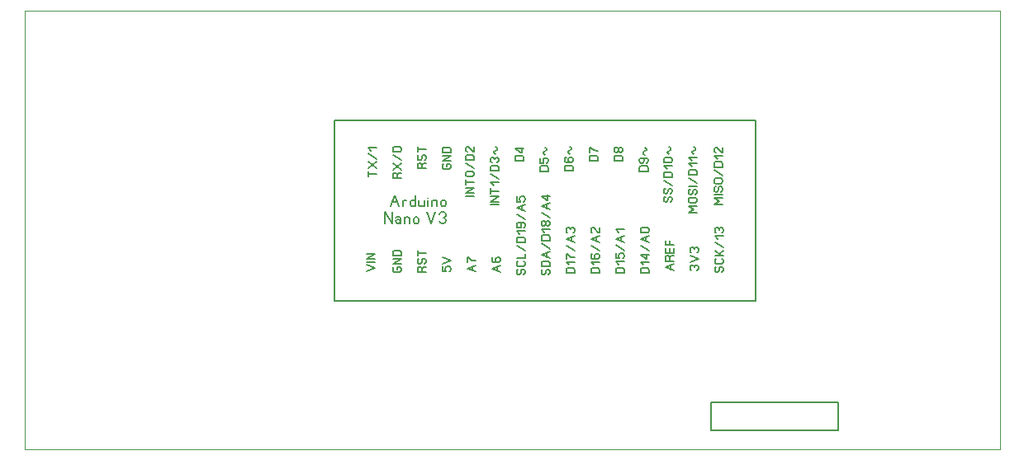
<source format=gbr>
%FSLAX34Y34*%
%MOMM*%
%LNSILK_BOTTOM_*%
G71*
G01*
%ADD10C, 0.00*%
%ADD11C, 0.20*%
%ADD12C, 0.16*%
%ADD13C, 0.21*%
%LPD*%
G54D10*
X331Y434D02*
X-999669Y434D01*
X-999669Y-449566D01*
X331Y-449566D01*
X331Y434D01*
G54D11*
X-179453Y-401872D02*
X-165166Y-401872D01*
X-165166Y-430447D01*
X-295341Y-430447D01*
X-295341Y-401872D01*
X-179453Y-401872D01*
G54D11*
X-681897Y-111757D02*
X-681897Y-297156D01*
X-250097Y-297156D01*
X-250097Y-111757D01*
X-681897Y-111757D01*
G54D12*
X-638590Y-167059D02*
X-647478Y-167059D01*
G54D12*
X-647478Y-169726D02*
X-647478Y-164393D01*
G54D12*
X-647478Y-161282D02*
X-638590Y-154615D01*
G54D12*
X-638590Y-161282D02*
X-647478Y-154615D01*
G54D12*
X-638590Y-151504D02*
X-647478Y-146171D01*
G54D12*
X-644145Y-143060D02*
X-647478Y-139727D01*
X-638590Y-139727D01*
G54D12*
X-617634Y-168461D02*
X-616524Y-166461D01*
X-615412Y-165795D01*
X-613190Y-165795D01*
G54D12*
X-613190Y-171128D02*
X-622079Y-171128D01*
X-622079Y-167795D01*
X-621524Y-166461D01*
X-620412Y-165795D01*
X-619301Y-165795D01*
X-618190Y-166461D01*
X-617634Y-167795D01*
X-617634Y-171128D01*
G54D12*
X-622079Y-162684D02*
X-613190Y-156017D01*
G54D12*
X-613190Y-162684D02*
X-622079Y-156017D01*
G54D12*
X-613190Y-152906D02*
X-622079Y-147573D01*
G54D12*
X-620412Y-139129D02*
X-614856Y-139129D01*
X-613746Y-139795D01*
X-613190Y-141129D01*
X-613190Y-142462D01*
X-613746Y-143795D01*
X-614856Y-144462D01*
X-620412Y-144462D01*
X-621524Y-143795D01*
X-622079Y-142462D01*
X-622079Y-141129D01*
X-621524Y-139795D01*
X-620412Y-139129D01*
G54D12*
X-592234Y-158674D02*
X-591124Y-156674D01*
X-590012Y-156008D01*
X-587790Y-156008D01*
G54D12*
X-587790Y-161341D02*
X-596679Y-161341D01*
X-596679Y-158008D01*
X-596124Y-156674D01*
X-595012Y-156008D01*
X-593901Y-156008D01*
X-592790Y-156674D01*
X-592234Y-158008D01*
X-592234Y-161341D01*
G54D12*
X-589456Y-152897D02*
X-588346Y-152230D01*
X-587790Y-150897D01*
X-587790Y-149564D01*
X-588346Y-148230D01*
X-589456Y-147564D01*
X-590568Y-147564D01*
X-591679Y-148230D01*
X-592234Y-149564D01*
X-592234Y-150897D01*
X-592790Y-152230D01*
X-593901Y-152897D01*
X-595012Y-152897D01*
X-596124Y-152230D01*
X-596679Y-150897D01*
X-596679Y-149564D01*
X-596124Y-148230D01*
X-595012Y-147564D01*
G54D12*
X-587790Y-141786D02*
X-596679Y-141786D01*
G54D12*
X-596679Y-144453D02*
X-596679Y-139120D01*
G54D12*
X-566834Y-159172D02*
X-566834Y-156506D01*
X-564056Y-156506D01*
X-562946Y-157172D01*
X-562390Y-158506D01*
X-562390Y-159839D01*
X-562946Y-161172D01*
X-564056Y-161839D01*
X-569612Y-161839D01*
X-570724Y-161172D01*
X-571279Y-159839D01*
X-571279Y-158506D01*
X-570724Y-157172D01*
X-569612Y-156506D01*
G54D12*
X-562390Y-153395D02*
X-571279Y-153395D01*
X-562390Y-148062D01*
X-571279Y-148062D01*
G54D12*
X-562390Y-144951D02*
X-571279Y-144951D01*
X-571279Y-141618D01*
X-570724Y-140284D01*
X-569612Y-139618D01*
X-564056Y-139618D01*
X-562946Y-140284D01*
X-562390Y-141618D01*
X-562390Y-144951D01*
G54D12*
X-538578Y-189654D02*
X-547467Y-189654D01*
G54D12*
X-538578Y-186543D02*
X-547467Y-186543D01*
X-538578Y-181210D01*
X-547467Y-181210D01*
G54D12*
X-538578Y-175432D02*
X-547467Y-175432D01*
G54D12*
X-547467Y-178099D02*
X-547467Y-172766D01*
G54D12*
X-545800Y-164322D02*
X-540244Y-164322D01*
X-539134Y-164988D01*
X-538578Y-166322D01*
X-538578Y-167655D01*
X-539134Y-168988D01*
X-540244Y-169655D01*
X-545800Y-169655D01*
X-546912Y-168988D01*
X-547467Y-167655D01*
X-547467Y-166322D01*
X-546912Y-164988D01*
X-545800Y-164322D01*
G54D12*
X-538578Y-161211D02*
X-547467Y-155878D01*
G54D12*
X-538578Y-152767D02*
X-547467Y-152767D01*
X-547467Y-149434D01*
X-546912Y-148100D01*
X-545800Y-147434D01*
X-540244Y-147434D01*
X-539134Y-148100D01*
X-538578Y-149434D01*
X-538578Y-152767D01*
G54D12*
X-538578Y-138990D02*
X-538578Y-144323D01*
X-539134Y-144323D01*
X-540244Y-143656D01*
X-543578Y-139656D01*
X-544689Y-138990D01*
X-545800Y-138990D01*
X-546912Y-139656D01*
X-547467Y-140990D01*
X-547467Y-142323D01*
X-546912Y-143656D01*
X-545800Y-144323D01*
G54D12*
X-513178Y-198632D02*
X-522067Y-198632D01*
G54D12*
X-513178Y-195520D02*
X-522067Y-195520D01*
X-513178Y-190187D01*
X-522067Y-190187D01*
G54D12*
X-513178Y-184410D02*
X-522067Y-184410D01*
G54D12*
X-522067Y-187076D02*
X-522067Y-181743D01*
G54D12*
X-518734Y-178632D02*
X-522067Y-175299D01*
X-513178Y-175299D01*
G54D12*
X-513178Y-172188D02*
X-522067Y-166855D01*
G54D12*
X-513178Y-163744D02*
X-522067Y-163744D01*
X-522067Y-160411D01*
X-521512Y-159078D01*
X-520400Y-158411D01*
X-514844Y-158411D01*
X-513734Y-159078D01*
X-513178Y-160411D01*
X-513178Y-163744D01*
G54D12*
X-520400Y-155300D02*
X-521512Y-154634D01*
X-522067Y-153300D01*
X-522067Y-151967D01*
X-521512Y-150634D01*
X-520400Y-149967D01*
X-519289Y-149967D01*
X-518178Y-150634D01*
X-517622Y-151967D01*
X-517067Y-150634D01*
X-515956Y-149967D01*
X-514844Y-149967D01*
X-513734Y-150634D01*
X-513178Y-151967D01*
X-513178Y-153300D01*
X-513734Y-154634D01*
X-514844Y-155300D01*
G54D12*
X-516400Y-146723D02*
X-517512Y-145923D01*
X-517956Y-145256D01*
X-517956Y-144323D01*
X-517512Y-143656D01*
X-516289Y-142990D01*
X-515178Y-142190D01*
X-514734Y-141523D01*
X-514734Y-140590D01*
X-515178Y-139923D01*
X-516400Y-139256D01*
G54D12*
X-487778Y-153319D02*
X-496667Y-153319D01*
X-496667Y-149986D01*
X-496112Y-148652D01*
X-495000Y-147986D01*
X-489444Y-147986D01*
X-488334Y-148652D01*
X-487778Y-149986D01*
X-487778Y-153319D01*
G54D12*
X-487778Y-140875D02*
X-496667Y-140875D01*
X-491112Y-144875D01*
X-490000Y-144875D01*
X-490000Y-139542D01*
G54D12*
X-462378Y-164297D02*
X-471267Y-164297D01*
X-471267Y-160964D01*
X-470712Y-159631D01*
X-469600Y-158964D01*
X-464044Y-158964D01*
X-462934Y-159631D01*
X-462378Y-160964D01*
X-462378Y-164297D01*
G54D12*
X-471267Y-150520D02*
X-471267Y-155853D01*
X-467378Y-155853D01*
X-467378Y-155187D01*
X-467934Y-153853D01*
X-467934Y-152520D01*
X-467378Y-151187D01*
X-466267Y-150520D01*
X-464044Y-150520D01*
X-462934Y-151187D01*
X-462378Y-152520D01*
X-462378Y-153853D01*
X-462934Y-155187D01*
X-464044Y-155853D01*
G54D12*
X-465600Y-147276D02*
X-466712Y-146476D01*
X-467156Y-145809D01*
X-467156Y-144876D01*
X-466712Y-144209D01*
X-465489Y-143543D01*
X-464378Y-142743D01*
X-463934Y-142076D01*
X-463934Y-141143D01*
X-464378Y-140476D01*
X-465600Y-139809D01*
G54D12*
X-436978Y-163504D02*
X-445867Y-163504D01*
X-445867Y-160170D01*
X-445312Y-158837D01*
X-444200Y-158170D01*
X-438644Y-158170D01*
X-437534Y-158837D01*
X-436978Y-160170D01*
X-436978Y-163504D01*
G54D12*
X-444200Y-149726D02*
X-445312Y-150393D01*
X-445867Y-151726D01*
X-445867Y-153060D01*
X-445312Y-154393D01*
X-444200Y-155060D01*
X-441422Y-155060D01*
X-440867Y-155060D01*
X-441978Y-153060D01*
X-441978Y-151726D01*
X-441422Y-150393D01*
X-440312Y-149726D01*
X-438644Y-149726D01*
X-437534Y-150393D01*
X-436978Y-151726D01*
X-436978Y-153060D01*
X-437534Y-154393D01*
X-438644Y-155060D01*
X-441422Y-155060D01*
G54D12*
X-440200Y-146482D02*
X-441312Y-145682D01*
X-441756Y-145016D01*
X-441756Y-144082D01*
X-441312Y-143416D01*
X-440089Y-142749D01*
X-438978Y-141949D01*
X-438534Y-141282D01*
X-438534Y-140349D01*
X-438978Y-139682D01*
X-440200Y-139016D01*
G54D12*
X-411578Y-153326D02*
X-420467Y-153326D01*
X-420467Y-149992D01*
X-419912Y-148659D01*
X-418800Y-147992D01*
X-413244Y-147992D01*
X-412134Y-148659D01*
X-411578Y-149992D01*
X-411578Y-153326D01*
G54D12*
X-420467Y-144882D02*
X-420467Y-139548D01*
X-419356Y-140215D01*
X-417689Y-141548D01*
X-415467Y-142882D01*
X-413800Y-143548D01*
X-411578Y-143548D01*
G54D12*
X-386178Y-153420D02*
X-395067Y-153420D01*
X-395067Y-150087D01*
X-394512Y-148754D01*
X-393400Y-148087D01*
X-387844Y-148087D01*
X-386734Y-148754D01*
X-386178Y-150087D01*
X-386178Y-153420D01*
G54D12*
X-390622Y-141643D02*
X-390622Y-142976D01*
X-391178Y-144310D01*
X-392289Y-144976D01*
X-393400Y-144976D01*
X-394512Y-144310D01*
X-395067Y-142976D01*
X-395067Y-141643D01*
X-394512Y-140310D01*
X-393400Y-139643D01*
X-392289Y-139643D01*
X-391178Y-140310D01*
X-390622Y-141643D01*
X-390067Y-140310D01*
X-388956Y-139643D01*
X-387844Y-139643D01*
X-386734Y-140310D01*
X-386178Y-141643D01*
X-386178Y-142976D01*
X-386734Y-144310D01*
X-387844Y-144976D01*
X-388956Y-144976D01*
X-390067Y-144310D01*
X-390622Y-142976D01*
G54D12*
X-360380Y-164297D02*
X-369270Y-164297D01*
X-369270Y-160964D01*
X-368714Y-159631D01*
X-367603Y-158964D01*
X-362047Y-158964D01*
X-360936Y-159631D01*
X-360380Y-160964D01*
X-360380Y-164297D01*
G54D12*
X-362047Y-155853D02*
X-360936Y-155187D01*
X-360380Y-153853D01*
X-360380Y-152520D01*
X-360936Y-151187D01*
X-362047Y-150520D01*
X-364825Y-150520D01*
X-365380Y-150520D01*
X-364270Y-152520D01*
X-364270Y-153853D01*
X-364825Y-155187D01*
X-365936Y-155853D01*
X-367603Y-155853D01*
X-368714Y-155187D01*
X-369270Y-153853D01*
X-369270Y-152520D01*
X-368714Y-151187D01*
X-367603Y-150520D01*
X-364825Y-150520D01*
G54D12*
X-363603Y-147276D02*
X-364714Y-146476D01*
X-365158Y-145809D01*
X-365158Y-144876D01*
X-364714Y-144209D01*
X-363492Y-143543D01*
X-362380Y-142743D01*
X-361936Y-142076D01*
X-361936Y-141143D01*
X-362380Y-140476D01*
X-363603Y-139809D01*
G54D12*
X-337044Y-195676D02*
X-335934Y-195009D01*
X-335378Y-193676D01*
X-335378Y-192343D01*
X-335934Y-191009D01*
X-337044Y-190343D01*
X-338156Y-190343D01*
X-339267Y-191009D01*
X-339822Y-192343D01*
X-339822Y-193676D01*
X-340378Y-195009D01*
X-341489Y-195676D01*
X-342600Y-195676D01*
X-343712Y-195009D01*
X-344267Y-193676D01*
X-344267Y-192343D01*
X-343712Y-191009D01*
X-342600Y-190343D01*
G54D12*
X-337044Y-187232D02*
X-335934Y-186565D01*
X-335378Y-185232D01*
X-335378Y-183899D01*
X-335934Y-182565D01*
X-337044Y-181899D01*
X-338156Y-181899D01*
X-339267Y-182565D01*
X-339822Y-183899D01*
X-339822Y-185232D01*
X-340378Y-186565D01*
X-341489Y-187232D01*
X-342600Y-187232D01*
X-343712Y-186565D01*
X-344267Y-185232D01*
X-344267Y-183899D01*
X-343712Y-182565D01*
X-342600Y-181899D01*
G54D12*
X-335378Y-178788D02*
X-344267Y-173455D01*
G54D12*
X-335378Y-170344D02*
X-344267Y-170344D01*
X-344267Y-167011D01*
X-343712Y-165677D01*
X-342600Y-165011D01*
X-337044Y-165011D01*
X-335934Y-165677D01*
X-335378Y-167011D01*
X-335378Y-170344D01*
G54D12*
X-340934Y-161900D02*
X-344267Y-158567D01*
X-335378Y-158567D01*
G54D12*
X-342600Y-150123D02*
X-337044Y-150123D01*
X-335934Y-150789D01*
X-335378Y-152123D01*
X-335378Y-153456D01*
X-335934Y-154789D01*
X-337044Y-155456D01*
X-342600Y-155456D01*
X-343712Y-154789D01*
X-344267Y-153456D01*
X-344267Y-152123D01*
X-343712Y-150789D01*
X-342600Y-150123D01*
G54D12*
X-338600Y-146879D02*
X-339712Y-146079D01*
X-340156Y-145412D01*
X-340156Y-144479D01*
X-339712Y-143812D01*
X-338489Y-143145D01*
X-337378Y-142345D01*
X-336934Y-141679D01*
X-336934Y-140745D01*
X-337378Y-140079D01*
X-338600Y-139412D01*
G54D12*
X-309978Y-206417D02*
X-318867Y-206417D01*
X-313312Y-203084D01*
X-318867Y-199751D01*
X-309978Y-199751D01*
G54D12*
X-317200Y-191306D02*
X-311644Y-191306D01*
X-310534Y-191973D01*
X-309978Y-193306D01*
X-309978Y-194639D01*
X-310534Y-195973D01*
X-311644Y-196639D01*
X-317200Y-196639D01*
X-318312Y-195973D01*
X-318867Y-194639D01*
X-318867Y-193306D01*
X-318312Y-191973D01*
X-317200Y-191306D01*
G54D12*
X-311644Y-188195D02*
X-310534Y-187529D01*
X-309978Y-186195D01*
X-309978Y-184862D01*
X-310534Y-183529D01*
X-311644Y-182862D01*
X-312756Y-182862D01*
X-313867Y-183529D01*
X-314422Y-184862D01*
X-314422Y-186195D01*
X-314978Y-187529D01*
X-316089Y-188195D01*
X-317200Y-188195D01*
X-318312Y-187529D01*
X-318867Y-186195D01*
X-318867Y-184862D01*
X-318312Y-183529D01*
X-317200Y-182862D01*
G54D12*
X-309978Y-179751D02*
X-318867Y-179751D01*
G54D12*
X-309978Y-176640D02*
X-318867Y-171307D01*
G54D12*
X-309978Y-168196D02*
X-318867Y-168196D01*
X-318867Y-164863D01*
X-318312Y-163530D01*
X-317200Y-162863D01*
X-311644Y-162863D01*
X-310534Y-163530D01*
X-309978Y-164863D01*
X-309978Y-168196D01*
G54D12*
X-315534Y-159752D02*
X-318867Y-156419D01*
X-309978Y-156419D01*
G54D12*
X-315534Y-153308D02*
X-318867Y-149975D01*
X-309978Y-149975D01*
G54D12*
X-313200Y-146731D02*
X-314312Y-145931D01*
X-314756Y-145264D01*
X-314756Y-144331D01*
X-314312Y-143664D01*
X-313089Y-142998D01*
X-311978Y-142198D01*
X-311534Y-141531D01*
X-311534Y-140598D01*
X-311978Y-139931D01*
X-313200Y-139264D01*
G54D12*
X-283784Y-198234D02*
X-292673Y-198234D01*
X-287118Y-194900D01*
X-292673Y-191567D01*
X-283784Y-191567D01*
G54D12*
X-283784Y-188456D02*
X-292673Y-188456D01*
G54D12*
X-285451Y-185345D02*
X-284340Y-184678D01*
X-283784Y-183345D01*
X-283784Y-182012D01*
X-284340Y-180678D01*
X-285451Y-180012D01*
X-286562Y-180012D01*
X-287673Y-180678D01*
X-288229Y-182012D01*
X-288229Y-183345D01*
X-288784Y-184678D01*
X-289895Y-185345D01*
X-291006Y-185345D01*
X-292118Y-184678D01*
X-292673Y-183345D01*
X-292673Y-182012D01*
X-292118Y-180678D01*
X-291006Y-180012D01*
G54D12*
X-291006Y-171568D02*
X-285451Y-171568D01*
X-284340Y-172234D01*
X-283784Y-173568D01*
X-283784Y-174901D01*
X-284340Y-176234D01*
X-285451Y-176901D01*
X-291006Y-176901D01*
X-292118Y-176234D01*
X-292673Y-174901D01*
X-292673Y-173568D01*
X-292118Y-172234D01*
X-291006Y-171568D01*
G54D12*
X-283784Y-168457D02*
X-292673Y-163124D01*
G54D12*
X-283784Y-160013D02*
X-292673Y-160013D01*
X-292673Y-156680D01*
X-292118Y-155346D01*
X-291006Y-154680D01*
X-285451Y-154680D01*
X-284340Y-155346D01*
X-283784Y-156680D01*
X-283784Y-160013D01*
G54D12*
X-289340Y-151569D02*
X-292673Y-148236D01*
X-283784Y-148236D01*
G54D12*
X-283784Y-139792D02*
X-283784Y-145125D01*
X-284340Y-145125D01*
X-285451Y-144458D01*
X-288784Y-140458D01*
X-289895Y-139792D01*
X-291006Y-139792D01*
X-292118Y-140458D01*
X-292673Y-141792D01*
X-292673Y-143125D01*
X-292118Y-144458D01*
X-291006Y-145125D01*
G54D12*
X-649067Y-267228D02*
X-640178Y-263895D01*
X-649067Y-260562D01*
G54D12*
X-640178Y-257450D02*
X-649067Y-257450D01*
G54D12*
X-640178Y-254340D02*
X-649067Y-254340D01*
X-640178Y-249006D01*
X-649067Y-249006D01*
G54D12*
X-617634Y-265138D02*
X-617634Y-262472D01*
X-614856Y-262472D01*
X-613746Y-263138D01*
X-613190Y-264472D01*
X-613190Y-265805D01*
X-613746Y-267138D01*
X-614856Y-267805D01*
X-620412Y-267805D01*
X-621524Y-267138D01*
X-622079Y-265805D01*
X-622079Y-264472D01*
X-621524Y-263138D01*
X-620412Y-262472D01*
G54D12*
X-613190Y-259361D02*
X-622079Y-259361D01*
X-613190Y-254028D01*
X-622079Y-254028D01*
G54D12*
X-613190Y-250917D02*
X-622079Y-250917D01*
X-622079Y-247584D01*
X-621524Y-246250D01*
X-620412Y-245584D01*
X-614856Y-245584D01*
X-613746Y-246250D01*
X-613190Y-247584D01*
X-613190Y-250917D01*
G54D12*
X-592234Y-265037D02*
X-591124Y-263037D01*
X-590012Y-262371D01*
X-587790Y-262371D01*
G54D12*
X-587790Y-267704D02*
X-596679Y-267704D01*
X-596679Y-264371D01*
X-596124Y-263037D01*
X-595012Y-262371D01*
X-593901Y-262371D01*
X-592790Y-263037D01*
X-592234Y-264371D01*
X-592234Y-267704D01*
G54D12*
X-589456Y-259260D02*
X-588346Y-258593D01*
X-587790Y-257260D01*
X-587790Y-255927D01*
X-588346Y-254593D01*
X-589456Y-253927D01*
X-590568Y-253927D01*
X-591679Y-254593D01*
X-592234Y-255927D01*
X-592234Y-257260D01*
X-592790Y-258593D01*
X-593901Y-259260D01*
X-595012Y-259260D01*
X-596124Y-258593D01*
X-596679Y-257260D01*
X-596679Y-255927D01*
X-596124Y-254593D01*
X-595012Y-253927D01*
G54D12*
X-587790Y-248149D02*
X-596679Y-248149D01*
G54D12*
X-596679Y-250816D02*
X-596679Y-245483D01*
G54D12*
X-571279Y-262018D02*
X-571279Y-267352D01*
X-567390Y-267352D01*
X-567390Y-266685D01*
X-567946Y-265352D01*
X-567946Y-264018D01*
X-567390Y-262685D01*
X-566279Y-262018D01*
X-564056Y-262018D01*
X-562946Y-262685D01*
X-562390Y-264018D01*
X-562390Y-265352D01*
X-562946Y-266685D01*
X-564056Y-267352D01*
G54D12*
X-571279Y-258908D02*
X-562390Y-255574D01*
X-571279Y-252241D01*
G54D12*
X-536989Y-267354D02*
X-545878Y-264020D01*
X-536989Y-260687D01*
G54D12*
X-540322Y-266020D02*
X-540322Y-262020D01*
G54D12*
X-545878Y-257576D02*
X-545878Y-252242D01*
X-544767Y-252909D01*
X-543100Y-254242D01*
X-540878Y-255576D01*
X-539211Y-256242D01*
X-536989Y-256242D01*
G54D12*
X-511590Y-267448D02*
X-520479Y-264115D01*
X-511590Y-260781D01*
G54D12*
X-514924Y-266115D02*
X-514924Y-262115D01*
G54D12*
X-518812Y-252337D02*
X-519924Y-253003D01*
X-520479Y-254337D01*
X-520479Y-255670D01*
X-519924Y-257003D01*
X-518812Y-257670D01*
X-516034Y-257670D01*
X-515479Y-257670D01*
X-516590Y-255670D01*
X-516590Y-254337D01*
X-516034Y-253003D01*
X-514924Y-252337D01*
X-513256Y-252337D01*
X-512146Y-253003D01*
X-511590Y-254337D01*
X-511590Y-255670D01*
X-512146Y-257003D01*
X-513256Y-257670D01*
X-516034Y-257670D01*
G54D12*
X-487856Y-270305D02*
X-486746Y-269638D01*
X-486190Y-268305D01*
X-486190Y-266972D01*
X-486746Y-265638D01*
X-487856Y-264972D01*
X-488968Y-264972D01*
X-490079Y-265638D01*
X-490634Y-266972D01*
X-490634Y-268305D01*
X-491190Y-269638D01*
X-492301Y-270305D01*
X-493412Y-270305D01*
X-494524Y-269638D01*
X-495079Y-268305D01*
X-495079Y-266972D01*
X-494524Y-265638D01*
X-493412Y-264972D01*
G54D12*
X-487856Y-256528D02*
X-486746Y-257194D01*
X-486190Y-258528D01*
X-486190Y-259861D01*
X-486746Y-261194D01*
X-487856Y-261861D01*
X-493412Y-261861D01*
X-494524Y-261194D01*
X-495079Y-259861D01*
X-495079Y-258528D01*
X-494524Y-257194D01*
X-493412Y-256528D01*
G54D12*
X-495079Y-253417D02*
X-486190Y-253417D01*
X-486190Y-248750D01*
G54D12*
X-486190Y-245639D02*
X-495079Y-240306D01*
G54D12*
X-486190Y-237195D02*
X-495079Y-237195D01*
X-495079Y-233862D01*
X-494524Y-232528D01*
X-493412Y-231862D01*
X-487856Y-231862D01*
X-486746Y-232528D01*
X-486190Y-233862D01*
X-486190Y-237195D01*
G54D12*
X-491746Y-228751D02*
X-495079Y-225418D01*
X-486190Y-225418D01*
G54D12*
X-487856Y-222307D02*
X-486746Y-221640D01*
X-486190Y-220307D01*
X-486190Y-218974D01*
X-486746Y-217640D01*
X-487856Y-216974D01*
X-490634Y-216974D01*
X-491190Y-216974D01*
X-490079Y-218974D01*
X-490079Y-220307D01*
X-490634Y-221640D01*
X-491746Y-222307D01*
X-493412Y-222307D01*
X-494524Y-221640D01*
X-495079Y-220307D01*
X-495079Y-218974D01*
X-494524Y-217640D01*
X-493412Y-216974D01*
X-490634Y-216974D01*
G54D12*
X-486190Y-213863D02*
X-495079Y-208530D01*
G54D12*
X-486190Y-205419D02*
X-495079Y-202086D01*
X-486190Y-198752D01*
G54D12*
X-489524Y-204086D02*
X-489524Y-200086D01*
G54D12*
X-495079Y-190308D02*
X-495079Y-195641D01*
X-491190Y-195641D01*
X-491190Y-194974D01*
X-491746Y-193641D01*
X-491746Y-192308D01*
X-491190Y-190974D01*
X-490079Y-190308D01*
X-487856Y-190308D01*
X-486746Y-190974D01*
X-486190Y-192308D01*
X-486190Y-193641D01*
X-486746Y-194974D01*
X-487856Y-195641D01*
G54D12*
X-462456Y-270517D02*
X-461346Y-269850D01*
X-460790Y-268517D01*
X-460790Y-267184D01*
X-461346Y-265850D01*
X-462456Y-265184D01*
X-463568Y-265184D01*
X-464679Y-265850D01*
X-465234Y-267184D01*
X-465234Y-268517D01*
X-465790Y-269850D01*
X-466901Y-270517D01*
X-468012Y-270517D01*
X-469124Y-269850D01*
X-469679Y-268517D01*
X-469679Y-267184D01*
X-469124Y-265850D01*
X-468012Y-265184D01*
G54D12*
X-460790Y-262073D02*
X-469679Y-262073D01*
X-469679Y-258740D01*
X-469124Y-257406D01*
X-468012Y-256740D01*
X-462456Y-256740D01*
X-461346Y-257406D01*
X-460790Y-258740D01*
X-460790Y-262073D01*
G54D12*
X-460790Y-253629D02*
X-469679Y-250296D01*
X-460790Y-246962D01*
G54D12*
X-464124Y-252296D02*
X-464124Y-248296D01*
G54D12*
X-460790Y-243851D02*
X-469679Y-238518D01*
G54D12*
X-460790Y-235407D02*
X-469679Y-235407D01*
X-469679Y-232074D01*
X-469124Y-230740D01*
X-468012Y-230074D01*
X-462456Y-230074D01*
X-461346Y-230740D01*
X-460790Y-232074D01*
X-460790Y-235407D01*
G54D12*
X-466346Y-226963D02*
X-469679Y-223630D01*
X-460790Y-223630D01*
G54D12*
X-465234Y-217186D02*
X-465234Y-218519D01*
X-465790Y-219852D01*
X-466901Y-220519D01*
X-468012Y-220519D01*
X-469124Y-219852D01*
X-469679Y-218519D01*
X-469679Y-217186D01*
X-469124Y-215852D01*
X-468012Y-215186D01*
X-466901Y-215186D01*
X-465790Y-215852D01*
X-465234Y-217186D01*
X-464679Y-215852D01*
X-463568Y-215186D01*
X-462456Y-215186D01*
X-461346Y-215852D01*
X-460790Y-217186D01*
X-460790Y-218519D01*
X-461346Y-219852D01*
X-462456Y-220519D01*
X-463568Y-220519D01*
X-464679Y-219852D01*
X-465234Y-218519D01*
G54D12*
X-460790Y-212075D02*
X-469679Y-206742D01*
G54D12*
X-460790Y-203631D02*
X-469679Y-200298D01*
X-460790Y-196964D01*
G54D12*
X-464124Y-202298D02*
X-464124Y-198298D01*
G54D12*
X-460790Y-189853D02*
X-469679Y-189853D01*
X-464124Y-193853D01*
X-463012Y-193853D01*
X-463012Y-188520D01*
G54D12*
X-435390Y-269013D02*
X-444279Y-269013D01*
X-444279Y-265680D01*
X-443724Y-264346D01*
X-442612Y-263680D01*
X-437056Y-263680D01*
X-435946Y-264346D01*
X-435390Y-265680D01*
X-435390Y-269013D01*
G54D12*
X-440946Y-260569D02*
X-444279Y-257236D01*
X-435390Y-257236D01*
G54D12*
X-444279Y-254125D02*
X-444279Y-248792D01*
X-443168Y-249458D01*
X-441501Y-250792D01*
X-439279Y-252125D01*
X-437612Y-252792D01*
X-435390Y-252792D01*
G54D12*
X-435390Y-245681D02*
X-444279Y-240348D01*
G54D12*
X-435390Y-237237D02*
X-444279Y-233904D01*
X-435390Y-230570D01*
G54D12*
X-438724Y-235904D02*
X-438724Y-231904D01*
G54D12*
X-442612Y-227459D02*
X-443724Y-226792D01*
X-444279Y-225459D01*
X-444279Y-224126D01*
X-443724Y-222792D01*
X-442612Y-222126D01*
X-441501Y-222126D01*
X-440390Y-222792D01*
X-439834Y-224126D01*
X-439279Y-222792D01*
X-438168Y-222126D01*
X-437056Y-222126D01*
X-435946Y-222792D01*
X-435390Y-224126D01*
X-435390Y-225459D01*
X-435946Y-226792D01*
X-437056Y-227459D01*
G54D12*
X-409990Y-269013D02*
X-418879Y-269013D01*
X-418879Y-265680D01*
X-418324Y-264346D01*
X-417212Y-263680D01*
X-411656Y-263680D01*
X-410546Y-264346D01*
X-409990Y-265680D01*
X-409990Y-269013D01*
G54D12*
X-415546Y-260569D02*
X-418879Y-257236D01*
X-409990Y-257236D01*
G54D12*
X-417212Y-248792D02*
X-418324Y-249458D01*
X-418879Y-250792D01*
X-418879Y-252125D01*
X-418324Y-253458D01*
X-417212Y-254125D01*
X-414434Y-254125D01*
X-413879Y-254125D01*
X-414990Y-252125D01*
X-414990Y-250792D01*
X-414434Y-249458D01*
X-413324Y-248792D01*
X-411656Y-248792D01*
X-410546Y-249458D01*
X-409990Y-250792D01*
X-409990Y-252125D01*
X-410546Y-253458D01*
X-411656Y-254125D01*
X-414434Y-254125D01*
G54D12*
X-409990Y-245681D02*
X-418879Y-240348D01*
G54D12*
X-409990Y-237237D02*
X-418879Y-233904D01*
X-409990Y-230570D01*
G54D12*
X-413324Y-235904D02*
X-413324Y-231904D01*
G54D12*
X-409990Y-222126D02*
X-409990Y-227459D01*
X-410546Y-227459D01*
X-411656Y-226792D01*
X-414990Y-222792D01*
X-416101Y-222126D01*
X-417212Y-222126D01*
X-418324Y-222792D01*
X-418879Y-224126D01*
X-418879Y-225459D01*
X-418324Y-226792D01*
X-417212Y-227459D01*
G54D12*
X-384590Y-268700D02*
X-393479Y-268700D01*
X-393479Y-265367D01*
X-392924Y-264033D01*
X-391812Y-263367D01*
X-386256Y-263367D01*
X-385146Y-264033D01*
X-384590Y-265367D01*
X-384590Y-268700D01*
G54D12*
X-390146Y-260256D02*
X-393479Y-256923D01*
X-384590Y-256923D01*
G54D12*
X-393479Y-248479D02*
X-393479Y-253812D01*
X-389590Y-253812D01*
X-389590Y-253145D01*
X-390146Y-251812D01*
X-390146Y-250479D01*
X-389590Y-249145D01*
X-388479Y-248479D01*
X-386256Y-248479D01*
X-385146Y-249145D01*
X-384590Y-250479D01*
X-384590Y-251812D01*
X-385146Y-253145D01*
X-386256Y-253812D01*
G54D12*
X-384590Y-245368D02*
X-393479Y-240035D01*
G54D12*
X-384590Y-236924D02*
X-393479Y-233591D01*
X-384590Y-230257D01*
G54D12*
X-387924Y-235591D02*
X-387924Y-231591D01*
G54D12*
X-390146Y-227146D02*
X-393479Y-223813D01*
X-384590Y-223813D01*
G54D12*
X-359190Y-269013D02*
X-368079Y-269013D01*
X-368079Y-265680D01*
X-367524Y-264346D01*
X-366412Y-263680D01*
X-360856Y-263680D01*
X-359746Y-264346D01*
X-359190Y-265680D01*
X-359190Y-269013D01*
G54D12*
X-364746Y-260569D02*
X-368079Y-257236D01*
X-359190Y-257236D01*
G54D12*
X-359190Y-250125D02*
X-368079Y-250125D01*
X-362524Y-254125D01*
X-361412Y-254125D01*
X-361412Y-248792D01*
G54D12*
X-359190Y-245681D02*
X-368079Y-240348D01*
G54D12*
X-359190Y-237237D02*
X-368079Y-233904D01*
X-359190Y-230570D01*
G54D12*
X-362524Y-235904D02*
X-362524Y-231904D01*
G54D12*
X-366412Y-222126D02*
X-360856Y-222126D01*
X-359746Y-222792D01*
X-359190Y-224126D01*
X-359190Y-225459D01*
X-359746Y-226792D01*
X-360856Y-227459D01*
X-366412Y-227459D01*
X-367524Y-226792D01*
X-368079Y-225459D01*
X-368079Y-224126D01*
X-367524Y-222792D01*
X-366412Y-222126D01*
G54D12*
X-333790Y-266250D02*
X-342679Y-262916D01*
X-333790Y-259583D01*
G54D12*
X-337124Y-264916D02*
X-337124Y-260916D01*
G54D12*
X-338234Y-253805D02*
X-337124Y-251805D01*
X-336012Y-251138D01*
X-333790Y-251138D01*
G54D12*
X-333790Y-256472D02*
X-342679Y-256472D01*
X-342679Y-253138D01*
X-342124Y-251805D01*
X-341012Y-251138D01*
X-339901Y-251138D01*
X-338790Y-251805D01*
X-338234Y-253138D01*
X-338234Y-256472D01*
G54D12*
X-333790Y-243361D02*
X-333790Y-248028D01*
X-342679Y-248028D01*
X-342679Y-243361D01*
G54D12*
X-338234Y-248028D02*
X-338234Y-243361D01*
G54D12*
X-333790Y-240250D02*
X-342679Y-240250D01*
X-342679Y-235583D01*
G54D12*
X-338234Y-240250D02*
X-338234Y-235583D01*
G54D12*
X-315612Y-265992D02*
X-316724Y-265325D01*
X-317279Y-263992D01*
X-317279Y-262658D01*
X-316724Y-261325D01*
X-315612Y-260658D01*
X-314501Y-260658D01*
X-313390Y-261325D01*
X-312834Y-262658D01*
X-312279Y-261325D01*
X-311168Y-260658D01*
X-310056Y-260658D01*
X-308946Y-261325D01*
X-308390Y-262658D01*
X-308390Y-263992D01*
X-308946Y-265325D01*
X-310056Y-265992D01*
G54D12*
X-317279Y-257548D02*
X-308390Y-254214D01*
X-317279Y-250881D01*
G54D12*
X-315612Y-247770D02*
X-316724Y-247103D01*
X-317279Y-245770D01*
X-317279Y-244436D01*
X-316724Y-243103D01*
X-315612Y-242436D01*
X-314501Y-242436D01*
X-313390Y-243103D01*
X-312834Y-244436D01*
X-312279Y-243103D01*
X-311168Y-242436D01*
X-310056Y-242436D01*
X-308946Y-243103D01*
X-308390Y-244436D01*
X-308390Y-245770D01*
X-308946Y-247103D01*
X-310056Y-247770D01*
G54D12*
X-284656Y-267746D02*
X-283546Y-267079D01*
X-282990Y-265746D01*
X-282990Y-264413D01*
X-283546Y-263079D01*
X-284656Y-262413D01*
X-285768Y-262413D01*
X-286879Y-263079D01*
X-287434Y-264413D01*
X-287434Y-265746D01*
X-287990Y-267079D01*
X-289101Y-267746D01*
X-290212Y-267746D01*
X-291324Y-267079D01*
X-291879Y-265746D01*
X-291879Y-264413D01*
X-291324Y-263079D01*
X-290212Y-262413D01*
G54D12*
X-284656Y-253969D02*
X-283546Y-254635D01*
X-282990Y-255969D01*
X-282990Y-257302D01*
X-283546Y-258635D01*
X-284656Y-259302D01*
X-290212Y-259302D01*
X-291324Y-258635D01*
X-291879Y-257302D01*
X-291879Y-255969D01*
X-291324Y-254635D01*
X-290212Y-253969D01*
G54D12*
X-282990Y-250858D02*
X-291879Y-250858D01*
G54D12*
X-285768Y-250858D02*
X-291879Y-245525D01*
G54D12*
X-287434Y-248858D02*
X-282990Y-245525D01*
G54D12*
X-282990Y-242414D02*
X-291879Y-237081D01*
G54D12*
X-288546Y-233970D02*
X-291879Y-230637D01*
X-282990Y-230637D01*
G54D12*
X-290212Y-227526D02*
X-291324Y-226859D01*
X-291879Y-225526D01*
X-291879Y-224193D01*
X-291324Y-222859D01*
X-290212Y-222193D01*
X-289101Y-222193D01*
X-287990Y-222859D01*
X-287434Y-224193D01*
X-286879Y-222859D01*
X-285768Y-222193D01*
X-284656Y-222193D01*
X-283546Y-222859D01*
X-282990Y-224193D01*
X-282990Y-225526D01*
X-283546Y-226859D01*
X-284656Y-227526D01*
G54D13*
X-624492Y-200376D02*
X-620158Y-188820D01*
X-615825Y-200376D01*
G54D13*
X-622758Y-196043D02*
X-617558Y-196043D01*
G54D13*
X-611780Y-200376D02*
X-611780Y-193876D01*
G54D13*
X-611780Y-195320D02*
X-610047Y-193876D01*
X-608314Y-193876D01*
G54D13*
X-599070Y-200376D02*
X-599070Y-188820D01*
G54D13*
X-599070Y-195754D02*
X-599936Y-194309D01*
X-601670Y-193876D01*
X-603403Y-194309D01*
X-604270Y-195754D01*
X-604270Y-198643D01*
X-603403Y-200087D01*
X-601670Y-200376D01*
X-599936Y-200087D01*
X-599070Y-198643D01*
G54D13*
X-589826Y-193876D02*
X-589826Y-200376D01*
G54D13*
X-589826Y-198932D02*
X-590692Y-200087D01*
X-592426Y-200376D01*
X-594159Y-200087D01*
X-595026Y-198932D01*
X-595026Y-193876D01*
G54D13*
X-585782Y-200376D02*
X-585782Y-193876D01*
G54D13*
X-585782Y-191709D02*
X-585782Y-191709D01*
G54D13*
X-581738Y-200376D02*
X-581738Y-193876D01*
G54D13*
X-581738Y-195320D02*
X-580871Y-194309D01*
X-579138Y-193876D01*
X-577404Y-194309D01*
X-576538Y-195320D01*
X-576538Y-200376D01*
G54D13*
X-567294Y-198643D02*
X-567294Y-195754D01*
X-568160Y-194309D01*
X-569894Y-193876D01*
X-571627Y-194309D01*
X-572494Y-195754D01*
X-572494Y-198643D01*
X-571627Y-200087D01*
X-569894Y-200376D01*
X-568160Y-200087D01*
X-567294Y-198643D01*
G54D13*
X-629798Y-217838D02*
X-629798Y-206282D01*
X-622864Y-217838D01*
X-622864Y-206282D01*
G54D13*
X-618820Y-212060D02*
X-617087Y-211338D01*
X-615007Y-211338D01*
X-613620Y-212782D01*
X-613620Y-217838D01*
G54D13*
X-613620Y-215671D02*
X-614487Y-214227D01*
X-616220Y-213938D01*
X-617954Y-214227D01*
X-618820Y-215671D01*
X-618474Y-217116D01*
X-617087Y-217838D01*
X-616220Y-217838D01*
X-615874Y-217838D01*
X-614487Y-217116D01*
X-613620Y-215671D01*
G54D13*
X-609576Y-217838D02*
X-609576Y-211338D01*
G54D13*
X-609576Y-212782D02*
X-608710Y-211771D01*
X-606976Y-211338D01*
X-605243Y-211771D01*
X-604376Y-212782D01*
X-604376Y-217838D01*
G54D13*
X-595132Y-216105D02*
X-595132Y-213216D01*
X-595999Y-211771D01*
X-597732Y-211338D01*
X-599466Y-211771D01*
X-600332Y-213216D01*
X-600332Y-216105D01*
X-599466Y-217549D01*
X-597732Y-217838D01*
X-595999Y-217549D01*
X-595132Y-216105D01*
G54D13*
X-586872Y-206282D02*
X-582538Y-217838D01*
X-578205Y-206282D01*
G54D13*
X-574160Y-208449D02*
X-573294Y-207005D01*
X-571560Y-206282D01*
X-569827Y-206282D01*
X-568094Y-207005D01*
X-567227Y-208449D01*
X-567227Y-209894D01*
X-568094Y-211338D01*
X-569827Y-212060D01*
X-568094Y-212782D01*
X-567227Y-214227D01*
X-567227Y-215671D01*
X-568094Y-217116D01*
X-569827Y-217838D01*
X-571560Y-217838D01*
X-573294Y-217116D01*
X-574160Y-215671D01*
M02*

</source>
